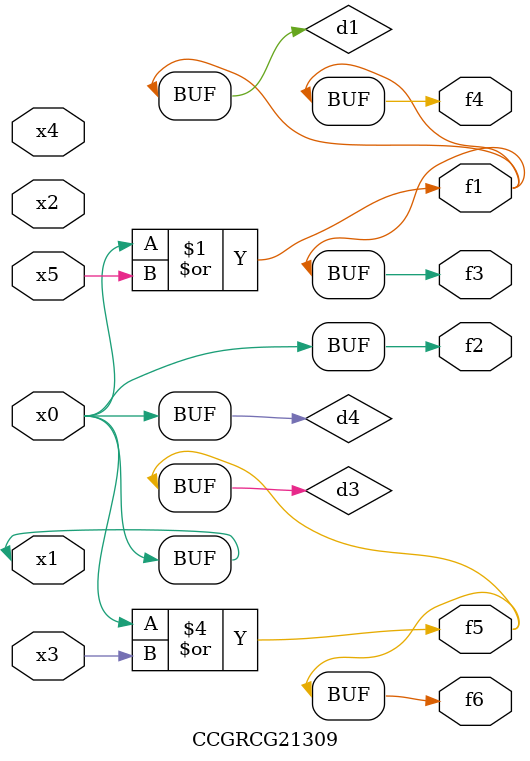
<source format=v>
module CCGRCG21309(
	input x0, x1, x2, x3, x4, x5,
	output f1, f2, f3, f4, f5, f6
);

	wire d1, d2, d3, d4;

	or (d1, x0, x5);
	xnor (d2, x1, x4);
	or (d3, x0, x3);
	buf (d4, x0, x1);
	assign f1 = d1;
	assign f2 = d4;
	assign f3 = d1;
	assign f4 = d1;
	assign f5 = d3;
	assign f6 = d3;
endmodule

</source>
